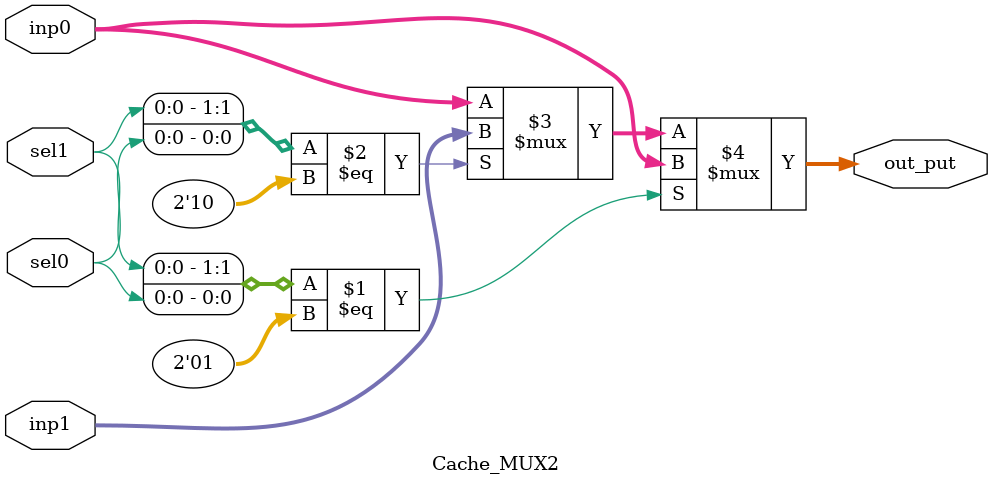
<source format=v>
module Cache_MUX2(
    input[63:0] inp0, inp1,
    input sel0, sel1,
    output[63:0] out_put
);
    assign out_put = {sel1, sel0} == 2'b01 ? inp0 : {sel1, sel0} == 2'b10 ? inp1 : inp0;

endmodule
</source>
